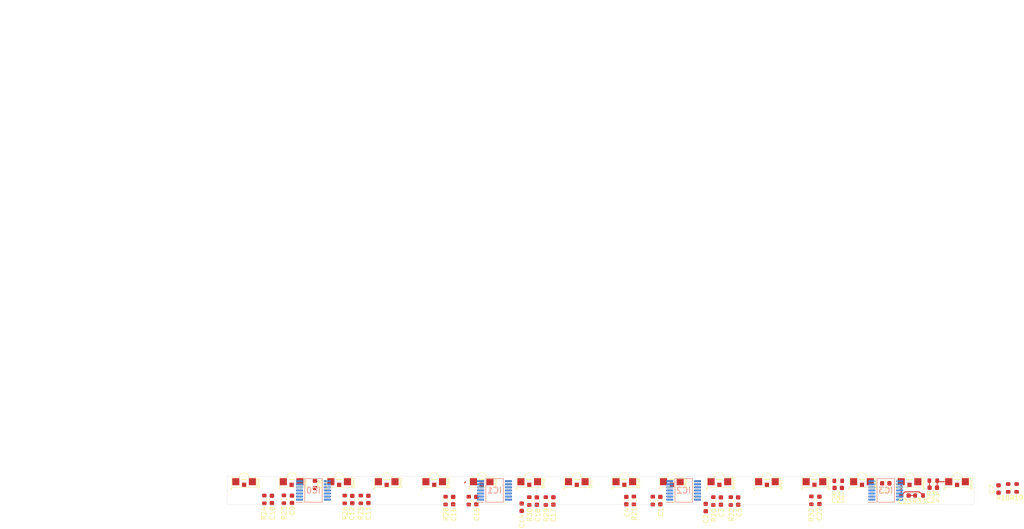
<source format=kicad_pcb>
(kicad_pcb (version 20241229) (generator "pcbnew") (generator_version "9.0")
  (layers (0 "F.Cu" signal) (4 "In1.Cu" signal) (6 "In2.Cu" signal) (2 "B.Cu" signal) (13 "F.Paste" user) (15 "B.Paste" user) (5 "F.SilkS" user "F.Silkscreen") (7 "B.SilkS" user "B.Silkscreen") (1 "F.Mask" user) (3 "B.Mask" user) (25 "Edge.Cuts" user))
  (net 0 "")
  (net 1 "Net-(DPht9-K)")
  (net 2 "/PHT_DAT_12")
  (net 3 "/NON_INVERTING_REF")
  (net 4 "GND")
  (net 5 "Net-(DPht10-K)")
  (net 6 "/PHT_DAT_15")
  (net 7 "/PHT_DAT_13")
  (net 8 "Net-(DPht8-K)")
  (net 9 "/PHT_DAT_14")
  (net 10 "Net-(DPht11-K)")
  (net 11 "/PHT_DAT_0")
  (net 12 "Net-(DPht1-K)")
  (net 13 "/PHT_DAT_1")
  (net 14 "Net-(DPht0-K)")
  (net 15 "Net-(DPht3-K)")
  (net 16 "/PHT_DAT_2")
  (net 17 "/PHT_DAT_3")
  (net 18 "Net-(DPht2-K)")
  (net 19 "Net-(DPht5-K)")
  (net 20 "/PHT_DAT_4")
  (net 21 "/PHT_DAT_5")
  (net 22 "Net-(DPht4-K)")
  (net 23 "/PHT_DAT_6")
  (net 24 "Net-(DPht7-K)")
  (net 25 "/PHT_DAT_7")
  (net 26 "Net-(DPht6-K)")
  (net 27 "/PHT_DAT_8")
  (net 28 "Net-(DPht13-K)")
  (net 29 "/PHT_DAT_9")
  (net 30 "Net-(DPht12-K)")
  (net 31 "/PHT_DAT_10")
  (net 32 "Net-(DPht15-K)")
  (net 33 "Net-(DPht14-K)")
  (net 48 "/3V3_RECV")
  (net 49 "Net-(IC2-OUTPUT_4)")
  (footprint "Samacsys:VEMD10940FX01" (layer "F.Cu") (at 79.678333 94.66 90)
    (property "Reference" "DPht1" (at -0.25 3.02 90) (layer "F.SilkS") (effects (font (size 0.5 0.5) (thickness 0.1))))
    (property "Value" "VEMD10940FX01" (hide yes))
    (pad "1" smd rect (at 0 -1.75 180) (size 1.5 1.5) (layers "F.Cu" "F.Mask" "F.Paste") (net 12 "Net-(DPht1-K)"))
    (pad "2" smd rect (at 0 1.75 180) (size 1.5 1.5) (layers "F.Cu" "F.Mask" "F.Paste") (net 4 "GND"))
    (pad "3" smd rect (at -0.65 0 180) (size 0.9 0.9) (layers "F.Cu" "F.Mask" "F.Paste"))
  )
  (footprint "Capacitor_SMD:C_0603_1608Metric" (layer "F.Cu") (at 92.51 98.435 90)
    (property "Reference" "C12" (at -2.975 -0.1 90) (layer "F.SilkS"))
    (property "Value" "5.1p" (hide yes))
    (pad "1" smd roundrect (at -0.775 0 90) (size 0.9 0.95) (layers "F.Cu" "F.Mask" "F.Paste") (net 17 "/PHT_DAT_3"))
    (pad "2" smd roundrect (at 0.775 0 90) (size 0.9 0.95) (layers "F.Cu" "F.Mask" "F.Paste") (net 15 "Net-(DPht3-K)"))
  )
  (footprint "Resistor_SMD:R_0603_1608Metric" (layer "F.Cu") (at 156.072 98.65 -90)
    (property "Reference" "R17" (hide yes))
    (property "Value" "750k" (hide yes))
    (pad "1" smd roundrect (at -0.825 0 270) (size 0.8 0.95) (layers "F.Cu" "F.Mask" "F.Paste") (net 27 "/PHT_DAT_8"))
    (pad "2" smd roundrect (at 0.825 0 270) (size 0.8 0.95) (layers "F.Cu" "F.Mask" "F.Paste") (net 8 "Net-(DPht8-K)"))
  )
  (footprint "Samacsys:VEMD10940FX01" (layer "F.Cu") (at 119.891667 94.66 90)
    (property "Reference" "DPht5" (at -0.35 3.05 90) (layer "F.SilkS") (effects (font (size 0.5 0.5) (thickness 0.1))))
    (property "Value" "VEMD10940FX01" (hide yes))
    (pad "1" smd rect (at 0 -1.75 180) (size 1.5 1.5) (layers "F.Cu" "F.Mask" "F.Paste") (net 19 "Net-(DPht5-K)"))
    (pad "2" smd rect (at 0 1.75 180) (size 1.5 1.5) (layers "F.Cu" "F.Mask" "F.Paste") (net 4 "GND"))
    (pad "3" smd rect (at -0.65 0 180) (size 0.9 0.9) (layers "F.Cu" "F.Mask" "F.Paste"))
  )
  (footprint "Samacsys:VEMD10940FX01" (layer "F.Cu") (at 150.051667 94.66 90)
    (property "Reference" "DPht8" (at -0.35 3.05 90) (layer "F.SilkS") (effects (font (size 0.5 0.5) (thickness 0.1))))
    (property "Value" "VEMD10940FX01" (hide yes))
    (pad "1" smd rect (at 0 -1.75 180) (size 1.5 1.5) (layers "F.Cu" "F.Mask" "F.Paste") (net 8 "Net-(DPht8-K)"))
    (pad "2" smd rect (at 0 1.75 180) (size 1.5 1.5) (layers "F.Cu" "F.Mask" "F.Paste") (net 4 "GND"))
    (pad "3" smd rect (at -0.65 0 180) (size 0.9 0.9) (layers "F.Cu" "F.Mask" "F.Paste"))
  )
  (footprint "Samacsys:VEMD10940FX01" (layer "F.Cu") (at 190.265 94.66 90)
    (property "Reference" "DPht12" (at -0.35 3.05 90) (layer "F.SilkS") (effects (font (size 0.5 0.5) (thickness 0.1))))
    (property "Value" "VEMD10940FX01" (hide yes))
    (pad "1" smd rect (at 0 -1.75 180) (size 1.5 1.5) (layers "F.Cu" "F.Mask" "F.Paste") (net 30 "Net-(DPht12-K)"))
    (pad "2" smd rect (at 0 1.75 180) (size 1.5 1.5) (layers "F.Cu" "F.Mask" "F.Paste") (net 4 "GND"))
    (pad "3" smd rect (at -0.65 0 180) (size 0.9 0.9) (layers "F.Cu" "F.Mask" "F.Paste"))
  )
  (footprint "Capacitor_SMD:C_0603_1608Metric" (layer "F.Cu") (at 215.4 95.925)
    (property "Reference" "C24" (at -0.1 2.675 0) (layer "F.SilkS"))
    (property "Value" "5.1p" (hide yes))
    (pad "1" smd roundrect (at -0.775 0) (size 0.9 0.95) (layers "F.Cu" "F.Mask" "F.Paste") (net 6 "/PHT_DAT_15"))
    (pad "2" smd roundrect (at 0.775 0) (size 0.9 0.95) (layers "F.Cu" "F.Mask" "F.Paste") (net 32 "Net-(DPht15-K)"))
  )
  (footprint "Samacsys:VEMD10940FX01" (layer "F.Cu") (at 99.785 94.66 90)
    (property "Reference" "DPht3" (at -0.25 3.01 90) (layer "F.SilkS") (effects (font (size 0.5 0.5) (thickness 0.1))))
    (property "Value" "VEMD10940FX01" (hide yes))
    (pad "1" smd rect (at 0 -1.75 180) (size 1.5 1.5) (layers "F.Cu" "F.Mask" "F.Paste") (net 15 "Net-(DPht3-K)"))
    (pad "2" smd rect (at 0 1.75 180) (size 1.5 1.5) (layers "F.Cu" "F.Mask" "F.Paste") (net 4 "GND"))
    (pad "3" smd rect (at -0.65 0 180) (size 0.9 0.9) (layers "F.Cu" "F.Mask" "F.Paste"))
  )
  (footprint "Resistor_SMD:R_0603_1608Metric" (layer "F.Cu") (at 172.572 98.75 90)
    (property "Reference" "R22" (at -2.9 0.16 90) (layer "F.SilkS"))
    (property "Value" "750k" (hide yes))
    (pad "1" smd roundrect (at -0.825 0 90) (size 0.8 0.95) (layers "F.Cu" "F.Mask" "F.Paste") (net 31 "/PHT_DAT_10"))
    (pad "2" smd roundrect (at 0.825 0 90) (size 0.8 0.95) (layers "F.Cu" "F.Mask" "F.Paste") (net 5 "Net-(DPht10-K)"))
  )
  (footprint "Samacsys:VEMD10940FX01" (layer "F.Cu") (at 210.371667 94.66 90)
    (property "Reference" "DPht14" (at -0.35 3.05 90) (layer "F.SilkS") (effects (font (size 0.5 0.5) (thickness 0.1))))
    (property "Value" "VEMD10940FX01" (hide yes))
    (pad "1" smd rect (at 0 -1.75 180) (size 1.5 1.5) (layers "F.Cu" "F.Mask" "F.Paste") (net 33 "Net-(DPht14-K)"))
    (pad "2" smd rect (at 0 1.75 180) (size 1.5 1.5) (layers "F.Cu" "F.Mask" "F.Paste") (net 4 "GND"))
    (pad "3" smd rect (at -0.65 0 180) (size 0.9 0.9) (layers "F.Cu" "F.Mask" "F.Paste"))
  )
  (footprint "Capacitor_SMD:C_0603_1608Metric" (layer "F.Cu") (at 95.91 98.41 -90)
    (property "Reference" "C11" (at 2.925 0 90) (layer "F.SilkS"))
    (property "Value" "5.1p" (hide yes))
    (pad "1" smd roundrect (at -0.775 0 270) (size 0.9 0.95) (layers "F.Cu" "F.Mask" "F.Paste") (net 18 "Net-(DPht2-K)"))
    (pad "2" smd roundrect (at 0.775 0 270) (size 0.9 0.95) (layers "F.Cu" "F.Mask" "F.Paste") (net 16 "/PHT_DAT_2"))
  )
  (footprint "Resistor_SMD:R_0603_1608Metric" (layer "F.Cu") (at 233.02 95.975 -90)
    (property "Reference" "R19" (at 2.1 0 0) (layer "F.SilkS"))
    (property "Value" "3.57k" (hide yes))
    (pad "1" smd roundrect (at -0.825 0 270) (size 0.8 0.95) (layers "F.Cu" "F.Mask" "F.Paste") (net 4 "GND"))
    (pad "2" smd roundrect (at 0.825 0 270) (size 0.8 0.95) (layers "F.Cu" "F.Mask" "F.Paste") (net 3 "/NON_INVERTING_REF"))
  )
  (footprint "Samacsys:VEMD10940FX01" (layer "F.Cu") (at 109.838333 94.66 90)
    (property "Reference" "DPht4" (at -0.35 3.05 90) (layer "F.SilkS") (effects (font (size 0.5 0.5) (thickness 0.1))))
    (property "Value" "VEMD10940FX01" (hide yes))
    (pad "1" smd rect (at 0 -1.75 180) (size 1.5 1.5) (layers "F.Cu" "F.Mask" "F.Paste") (net 22 "Net-(DPht4-K)"))
    (pad "2" smd rect (at 0 1.75 180) (size 1.5 1.5) (layers "F.Cu" "F.Mask" "F.Paste") (net 4 "GND"))
    (pad "3" smd rect (at -0.65 0 180) (size 0.9 0.9) (layers "F.Cu" "F.Mask" "F.Paste"))
  )
  (footprint "Samacsys:VEMD10940FX01" (layer "F.Cu") (at 160.105 94.66 90)
    (property "Reference" "DPht9" (at -0.35 3.05 90) (layer "F.SilkS") (effects (font (size 0.5 0.5) (thickness 0.1))))
    (property "Value" "VEMD10940FX01" (hide yes))
    (pad "1" smd rect (at 0 -1.75 180) (size 1.5 1.5) (layers "F.Cu" "F.Mask" "F.Paste") (net 1 "Net-(DPht9-K)"))
    (pad "2" smd rect (at 0 1.75 180) (size 1.5 1.5) (layers "F.Cu" "F.Mask" "F.Paste") (net 4 "GND"))
    (pad "3" smd rect (at -0.65 0 180) (size 0.9 0.9) (layers "F.Cu" "F.Mask" "F.Paste"))
  )
  (footprint "Capacitor_SMD:C_0603_1608Metric" (layer "F.Cu") (at 118.748 98.65 90)
    (property "Reference" "C15" (at -2.9 0.1 90) (layer "F.SilkS"))
    (property "Value" "5.1p" (hide yes))
    (pad "1" smd roundrect (at -0.775 0 90) (size 0.9 0.95) (layers "F.Cu" "F.Mask" "F.Paste") (net 22 "Net-(DPht4-K)"))
    (pad "2" smd roundrect (at 0.775 0 90) (size 0.9 0.95) (layers "F.Cu" "F.Mask" "F.Paste") (net 20 "/PHT_DAT_4"))
  )
  (footprint "Samacsys:VEMD10940FX01" (layer "F.Cu") (at 89.731667 94.66 90)
    (property "Reference" "DPht2" (at -0.25 3.065 90) (layer "F.SilkS") (effects (font (size 0.5 0.5) (thickness 0.1))))
    (property "Value" "VEMD10940FX01" (hide yes))
    (pad "1" smd rect (at 0 -1.75 180) (size 1.5 1.5) (layers "F.Cu" "F.Mask" "F.Paste") (net 18 "Net-(DPht2-K)"))
    (pad "2" smd rect (at 0 1.75 180) (size 1.5 1.5) (layers "F.Cu" "F.Mask" "F.Paste") (net 4 "GND"))
    (pad "3" smd rect (at -0.65 0 180) (size 0.9 0.9) (layers "F.Cu" "F.Mask" "F.Paste"))
  )
  (footprint "Resistor_SMD:R_0603_1608Metric" (layer "F.Cu") (at 133.448 98.75 90)
    (property "Reference" "R29" (at -2.975 0.1 90) (layer "F.SilkS"))
    (property "Value" "750k" (hide yes))
    (pad "1" smd roundrect (at -0.825 0 90) (size 0.8 0.95) (layers "F.Cu" "F.Mask" "F.Paste") (net 23 "/PHT_DAT_6"))
    (pad "2" smd roundrect (at 0.825 0 90) (size 0.8 0.95) (layers "F.Cu" "F.Mask" "F.Paste") (net 26 "Net-(DPht6-K)"))
  )
  (footprint "Capacitor_SMD:C_0603_1608Metric" (layer "F.Cu") (at 79.75 98.385 90)
    (property "Reference" "C9" (at -2.425 0.06 90) (layer "F.SilkS"))
    (property "Value" "5.1p" (hide yes))
    (pad "1" smd roundrect (at -0.775 0 90) (size 0.9 0.95) (layers "F.Cu" "F.Mask" "F.Paste") (net 14 "Net-(DPht0-K)"))
    (pad "2" smd roundrect (at 0.775 0 90) (size 0.9 0.95) (layers "F.Cu" "F.Mask" "F.Paste") (net 11 "/PHT_DAT_0"))
  )
  (footprint "Samacsys:VEMD10940FX01" (layer "F.Cu") (at 69.625 94.66 90)
    (property "Reference" "DPht0" (at -0.35 3.075 90) (layer "F.SilkS") (effects (font (size 0.5 0.5) (thickness 0.1))))
    (property "Value" "VEMD10940FX01" (hide yes))
    (pad "1" smd rect (at 0 -1.75 180) (size 1.5 1.5) (layers "F.Cu" "F.Mask" "F.Paste") (net 14 "Net-(DPht0-K)"))
    (pad "2" smd rect (at 0 1.75 180) (size 1.5 1.5) (layers "F.Cu" "F.Mask" "F.Paste") (net 4 "GND"))
    (pad "3" smd rect (at -0.65 0 180) (size 0.9 0.9) (layers "F.Cu" "F.Mask" "F.Paste"))
  )
  (footprint "Resistor_SMD:R_0603_1608Metric" (layer "F.Cu") (at 215.4 94.425 180)
    (property "Reference" "R34" (at 0.05 -2.875 0) (layer "F.SilkS"))
    (property "Value" "750k" (hide yes))
    (pad "1" smd roundrect (at -0.825 0 180) (size 0.8 0.95) (layers "F.Cu" "F.Mask" "F.Paste") (net 32 "Net-(DPht15-K)"))
    (pad "2" smd roundrect (at 0.825 0 180) (size 0.8 0.95) (layers "F.Cu" "F.Mask" "F.Paste") (net 6 "/PHT_DAT_15"))
  )
  (footprint "Samacsys:VEMD10940FX01" (layer "F.Cu") (at 200.318333 94.66 90)
    (property "Reference" "DPht13" (at -0.35 3.05 90) (layer "F.SilkS") (effects (font (size 0.5 0.5) (thickness 0.1))))
    (property "Value" "VEMD10940FX01" (hide yes))
    (pad "1" smd rect (at 0 -1.75 180) (size 1.5 1.5) (layers "F.Cu" "F.Mask" "F.Paste") (net 28 "Net-(DPht13-K)"))
    (pad "2" smd rect (at 0 1.75 180) (size 1.5 1.5) (layers "F.Cu" "F.Mask" "F.Paste") (net 4 "GND"))
    (pad "3" smd rect (at -0.65 0 180) (size 0.9 0.9) (layers "F.Cu" "F.Mask" "F.Paste"))
  )
  (footprint "Resistor_SMD:R_0603_1608Metric" (layer "F.Cu") (at 94.31 98.41 90)
    (property "Reference" "R25" (at -2.925 0 90) (layer "F.SilkS"))
    (property "Value" "750k" (hide yes))
    (pad "1" smd roundrect (at -0.825 0 90) (size 0.8 0.95) (layers "F.Cu" "F.Mask" "F.Paste") (net 16 "/PHT_DAT_2"))
    (pad "2" smd roundrect (at 0.825 0 90) (size 0.8 0.95) (layers "F.Cu" "F.Mask" "F.Paste") (net 18 "Net-(DPht2-K)"))
  )
  (footprint "Resistor_SMD:R_0603_1608Metric" (layer "F.Cu") (at 117.148 98.65 -90)
    (property "Reference" "R27" (hide yes))
    (property "Value" "750k" (hide yes))
    (pad "1" smd roundrect (at -0.825 0 270) (size 0.8 0.95) (layers "F.Cu" "F.Mask" "F.Paste") (net 20 "/PHT_DAT_4"))
    (pad "2" smd roundrect (at 0.825 0 270) (size 0.8 0.95) (layers "F.Cu" "F.Mask" "F.Paste") (net 22 "Net-(DPht4-K)"))
  )
  (footprint "Capacitor_SMD:C_0603_1608Metric" (layer "F.Cu") (at 195.3 95.975)
    (property "Reference" "C21" (at 0 2.6 0) (layer "F.SilkS"))
    (property "Value" "5.1p" (hide yes))
    (pad "1" smd roundrect (at -0.775 0) (size 0.9 0.95) (layers "F.Cu" "F.Mask" "F.Paste") (net 30 "Net-(DPht12-K)"))
    (pad "2" smd roundrect (at 0.775 0) (size 0.9 0.95) (layers "F.Cu" "F.Mask" "F.Paste") (net 2 "/PHT_DAT_12"))
  )
  (footprint "Capacitor_SMD:C_0603_1608Metric" (layer "F.Cu") (at 209.4 97.575)
    (property "Reference" "C23" (at -0.015 1.26 0) (layer "F.SilkS"))
    (property "Value" "5.1p" (hide yes))
    (pad "1" smd roundrect (at -0.775 0) (size 0.9 0.95) (layers "F.Cu" "F.Mask" "F.Paste") (net 33 "Net-(DPht14-K)"))
    (pad "2" smd roundrect (at 0.775 0) (size 0.9 0.95) (layers "F.Cu" "F.Mask" "F.Paste") (net 9 "/PHT_DAT_14"))
  )
  (footprint "Resistor_SMD:R_0603_1608Metric" (layer "F.Cu") (at 212.4 97.575)
    (property "Reference" "R33" (at 0.035 1.235 0) (layer "F.SilkS"))
    (property "Value" "750k" (hide yes))
    (pad "1" smd roundrect (at -0.825 0) (size 0.8 0.95) (layers "F.Cu" "F.Mask" "F.Paste") (net 9 "/PHT_DAT_14"))
    (pad "2" smd roundrect (at 0.825 0) (size 0.8 0.95) (layers "F.Cu" "F.Mask" "F.Paste") (net 33 "Net-(DPht14-K)"))
  )
  (footprint "Capacitor_SMD:C_0603_1608Metric" (layer "F.Cu") (at 75.51 98.41 90)
    (property "Reference" "C10" (at -2.925 0.1 90) (layer "F.SilkS"))
    (property "Value" "5.1p" (hide yes))
    (pad "1" smd roundrect (at -0.775 0 90) (size 0.9 0.95) (layers "F.Cu" "F.Mask" "F.Paste") (net 13 "/PHT_DAT_1"))
    (pad "2" smd roundrect (at 0.775 0 90) (size 0.9 0.95) (layers "F.Cu" "F.Mask" "F.Paste") (net 12 "Net-(DPht1-K)"))
  )
  (footprint "Capacitor_SMD:C_0603_1608Metric" (layer "F.Cu") (at 150.472 98.65 90)
    (property "Reference" "C4" (at -2.5 0.1 90) (layer "F.SilkS"))
    (property "Value" "5.1p" (hide yes))
    (pad "1" smd roundrect (at -0.775 0 90) (size 0.9 0.95) (layers "F.Cu" "F.Mask" "F.Paste") (net 29 "/PHT_DAT_9"))
    (pad "2" smd roundrect (at 0.775 0 90) (size 0.9 0.95) (layers "F.Cu" "F.Mask" "F.Paste") (net 1 "Net-(DPht9-K)"))
  )
  (footprint "Capacitor_SMD:C_0603_1608Metric" (layer "F.Cu") (at 128.348 100.05 90)
    (property "Reference" "C14" (at -3 0 90) (layer "F.SilkS"))
    (property "Value" "1u" (hide yes))
    (pad "1" smd roundrect (at -0.775 0 90) (size 0.9 0.95) (layers "F.Cu" "F.Mask" "F.Paste") (net 3 "/NON_INVERTING_REF"))
    (pad "2" smd roundrect (at 0.775 0 90) (size 0.9 0.95) (layers "F.Cu" "F.Mask" "F.Paste") (net 4 "GND"))
  )
  (footprint "Capacitor_SMD:C_0603_1608Metric" (layer "F.Cu") (at 84.625 95.225 90)
    (property "Reference" "C8" (at 0.025 1.15 90) (layer "F.SilkS"))
    (property "Value" "1u" (hide yes))
    (pad "1" smd roundrect (at -0.775 0 90) (size 0.9 0.95) (layers "F.Cu" "F.Mask" "F.Paste") (net 3 "/NON_INVERTING_REF"))
    (pad "2" smd roundrect (at 0.775 0 90) (size 0.9 0.95) (layers "F.Cu" "F.Mask" "F.Paste") (net 4 "GND"))
  )
  (footprint "Capacitor_SMD:C_0603_1608Metric" (layer "F.Cu") (at 191.31 98.6 90)
    (property "Reference" "C22" (at -2.9 0 90) (layer "F.SilkS"))
    (property "Value" "5.1p" (hide yes))
    (pad "1" smd roundrect (at -0.775 0 90) (size 0.9 0.95) (layers "F.Cu" "F.Mask" "F.Paste") (net 7 "/PHT_DAT_13"))
    (pad "2" smd roundrect (at 0.775 0 90) (size 0.9 0.95) (layers "F.Cu" "F.Mask" "F.Paste") (net 28 "Net-(DPht13-K)"))
  )
  (footprint "Capacitor_SMD:C_0603_1608Metric" (layer "F.Cu") (at 135.048 98.725 -90)
    (property "Reference" "C17" (at 3 0 90) (layer "F.SilkS"))
    (property "Value" "5.1p" (hide yes))
    (pad "1" smd roundrect (at -0.775 0 270) (size 0.9 0.95) (layers "F.Cu" "F.Mask" "F.Paste") (net 26 "Net-(DPht6-K)"))
    (pad "2" smd roundrect (at 0.775 0 270) (size 0.9 0.95) (layers "F.Cu" "F.Mask" "F.Paste") (net 23 "/PHT_DAT_6"))
  )
  (footprint "Resistor_SMD:R_0603_1608Metric" (layer "F.Cu") (at 189.61 98.6 -90)
    (property "Reference" "R32" (at 3.1 0 90) (layer "F.SilkS"))
    (property "Value" "750k" (hide yes))
    (pad "1" smd roundrect (at -0.825 0 270) (size 0.8 0.95) (layers "F.Cu" "F.Mask" "F.Paste") (net 28 "Net-(DPht13-K)"))
    (pad "2" smd roundrect (at 0.825 0 270) (size 0.8 0.95) (layers "F.Cu" "F.Mask" "F.Paste") (net 7 "/PHT_DAT_13"))
  )
  (footprint "Resistor_SMD:R_0603_1608Metric" (layer "F.Cu") (at 78.05 98.385 -90)
    (property "Reference" "R23" (at 2.925 -0.06 90) (layer "F.SilkS"))
    (property "Value" "750k" (hide yes))
    (pad "1" smd roundrect (at -0.825 0 270) (size 0.8 0.95) (layers "F.Cu" "F.Mask" "F.Paste") (net 11 "/PHT_DAT_0"))
    (pad "2" smd roundrect (at 0.825 0 270) (size 0.8 0.95) (layers "F.Cu" "F.Mask" "F.Paste") (net 14 "Net-(DPht0-K)"))
  )
  (footprint "Samacsys:VEMD10940FX01" (layer "F.Cu") (at 129.945 94.66 90)
    (property "Reference" "DPht6" (at -0.35 3.05 90) (layer "F.SilkS") (effects (font (size 0.5 0.5) (thickness 0.1))))
    (property "Value" "VEMD10940FX01" (hide yes))
    (pad "1" smd rect (at 0 -1.75 180) (size 1.5 1.5) (layers "F.Cu" "F.Mask" "F.Paste") (net 26 "Net-(DPht6-K)"))
    (pad "2" smd rect (at 0 1.75 180) (size 1.5 1.5) (layers "F.Cu" "F.Mask" "F.Paste") (net 4 "GND"))
    (pad "3" smd rect (at -0.65 0 180) (size 0.9 0.9) (layers "F.Cu" "F.Mask" "F.Paste"))
  )
  (footprint "Capacitor_SMD:C_0603_1608Metric" (layer "F.Cu") (at 205.35 95 180)
    (property "Reference" "C20" (at -0.025 -1.425 0) (layer "F.SilkS"))
    (property "Value" "1u" (hide yes))
    (pad "1" smd roundrect (at -0.775 0 180) (size 0.9 0.95) (layers "F.Cu" "F.Mask" "F.Paste") (net 3 "/NON_INVERTING_REF"))
    (pad "2" smd roundrect (at 0.775 0 180) (size 0.9 0.95) (layers "F.Cu" "F.Mask" "F.Paste") (net 4 "GND"))
  )
  (footprint "Resistor_SMD:R_0603_1608Metric" (layer "F.Cu") (at 73.91 98.41 -90)
    (property "Reference" "R24" (at 2.925 0.1 90) (layer "F.SilkS"))
    (property "Value" "750k" (hide yes))
    (pad "1" smd roundrect (at -0.825 0 270) (size 0.8 0.95) (layers "F.Cu" "F.Mask" "F.Paste") (net 12 "Net-(DPht1-K)"))
    (pad "2" smd roundrect (at 0.825 0 270) (size 0.8 0.95) (layers "F.Cu" "F.Mask" "F.Paste") (net 13 "/PHT_DAT_1"))
  )
  (footprint "Samacsys:VEMD10940FX01" (layer "F.Cu") (at 220.425 94.66 90)
    (property "Reference" "DPht15" (at -0.35 3.05 90) (layer "F.SilkS") (effects (font (size 0.5 0.5) (thickness 0.1))))
    (property "Value" "VEMD10940FX01" (hide yes))
    (pad "1" smd rect (at 0 -1.75 180) (size 1.5 1.5) (layers "F.Cu" "F.Mask" "F.Paste") (net 32 "Net-(DPht15-K)"))
    (pad "2" smd rect (at 0 1.75 180) (size 1.5 1.5) (layers "F.Cu" "F.Mask" "F.Paste") (net 4 "GND"))
    (pad "3" smd rect (at -0.65 0 180) (size 0.9 0.9) (layers "F.Cu" "F.Mask" "F.Paste"))
  )
  (footprint "Resistor_SMD:R_0603_1608Metric" (layer "F.Cu") (at 112.248 98.65 -90)
    (property "Reference" "R28" (at 2.875 -0.1 90) (layer "F.SilkS"))
    (property "Value" "750k" (hide yes))
    (pad "1" smd roundrect (at -0.825 0 270) (size 0.8 0.95) (layers "F.Cu" "F.Mask" "F.Paste") (net 19 "Net-(DPht5-K)"))
    (pad "2" smd roundrect (at 0.825 0 270) (size 0.8 0.95) (layers "F.Cu" "F.Mask" "F.Paste") (net 21 "/PHT_DAT_5"))
  )
  (footprint "Resistor_SMD:R_0603_1608Metric" (layer "F.Cu") (at 168.872 98.75 90)
    (property "Reference" "R20" (at -3.025 0.1 90) (layer "F.SilkS"))
    (property "Value" "750k" (hide yes))
    (pad "1" smd roundrect (at -0.825 0 90) (size 0.8 0.95) (layers "F.Cu" "F.Mask" "F.Paste") (net 10 "Net-(DPht11-K)"))
    (pad "2" smd roundrect (at 0.825 0 90) (size 0.8 0.95) (layers "F.Cu" "F.Mask" "F.Paste") (net 49 "Net-(IC2-OUTPUT_4)"))
  )
  (footprint "Capacitor_SMD:C_0603_1608Metric" (layer "F.Cu") (at 167.272 100.125 90)
    (property "Reference" "C2" (at -2.425 0 90) (layer "F.SilkS"))
    (property "Value" "1u" (hide yes))
    (pad "1" smd roundrect (at -0.775 0 90) (size 0.9 0.95) (layers "F.Cu" "F.Mask" "F.Paste") (net 3 "/NON_INVERTING_REF"))
    (pad "2" smd roundrect (at 0.775 0 90) (size 0.9 0.95) (layers "F.Cu" "F.Mask" "F.Paste") (net 4 "GND"))
  )
  (footprint "Samacsys:VEMD10940FX01" (layer "F.Cu") (at 180.211667 94.66 90)
    (property "Reference" "DPht11" (at -0.35 3.05 90) (layer "F.SilkS") (effects (font (size 0.5 0.5) (thickness 0.1))))
    (property "Value" "VEMD10940FX01" (hide yes))
    (pad "1" smd rect (at 0 -1.75 180) (size 1.5 1.5) (layers "F.Cu" "F.Mask" "F.Paste") (net 10 "Net-(DPht11-K)"))
    (pad "2" smd rect (at 0 1.75 180) (size 1.5 1.5) (layers "F.Cu" "F.Mask" "F.Paste") (net 4 "GND"))
    (pad "3" smd rect (at -0.65 0 180) (size 0.9 0.9) (layers "F.Cu" "F.Mask" "F.Paste"))
  )
  (footprint "Capacitor_SMD:C_0603_1608Metric" (layer "F.Cu") (at 170.472 98.75 -90)
    (property "Reference" "C3" (at 2.5 -0.1 90) (layer "F.SilkS"))
    (property "Value" "5.1p" (hide yes))
    (pad "1" smd roundrect (at -0.775 0 270) (size 0.9 0.95) (layers "F.Cu" "F.Mask" "F.Paste") (net 49 "Net-(IC2-OUTPUT_4)"))
    (pad "2" smd roundrect (at 0.775 0 270) (size 0.9 0.95) (layers "F.Cu" "F.Mask" "F.Paste") (net 10 "Net-(DPht11-K)"))
  )
  (footprint "Capacitor_SMD:C_0603_1608Metric" (layer "F.Cu") (at 113.848 98.65 90)
    (property "Reference" "C16" (at -2.925 0.1 90) (layer "F.SilkS"))
    (property "Value" "5.1p" (hide yes))
    (pad "1" smd roundrect (at -0.775 0 90) (size 0.9 0.95) (layers "F.Cu" "F.Mask" "F.Paste") (net 21 "/PHT_DAT_5"))
    (pad "2" smd roundrect (at 0.775 0 90) (size 0.9 0.95) (layers "F.Cu" "F.Mask" "F.Paste") (net 19 "Net-(DPht5-K)"))
  )
  (footprint "Resistor_SMD:R_0603_1608Metric" (layer "F.Cu") (at 129.948 98.75 90)
    (property "Reference" "R30" (at -2.9 0.1 90) (layer "F.SilkS"))
    (property "Value" "750k" (hide yes))
    (pad "1" smd roundrect (at -0.825 0 90) (size 0.8 0.95) (layers "F.Cu" "F.Mask" "F.Paste") (net 24 "Net-(DPht7-K)"))
    (pad "2" smd roundrect (at 0.825 0 90) (size 0.8 0.95) (layers "F.Cu" "F.Mask" "F.Paste") (net 25 "/PHT_DAT_7"))
  )
  (footprint "Capacitor_SMD:C_0603_1608Metric" (layer "F.Cu") (at 174.132 98.75 -90)
    (property "Reference" "C5" (at 2.4 -0.2 90) (layer "F.SilkS"))
    (property "Value" "5.1p" (hide yes))
    (pad "1" smd roundrect (at -0.775 0 270) (size 0.9 0.95) (layers "F.Cu" "F.Mask" "F.Paste") (net 5 "Net-(DPht10-K)"))
    (pad "2" smd roundrect (at 0.775 0 270) (size 0.9 0.95) (layers "F.Cu" "F.Mask" "F.Paste") (net 31 "/PHT_DAT_10"))
  )
  (footprint "Capacitor_SMD:C_0603_1608Metric" (layer "F.Cu") (at 131.548 98.75 -90)
    (property "Reference" "C18" (at 3 -0.2 90) (layer "F.SilkS"))
    (property "Value" "5.1p" (hide yes))
    (pad "1" smd roundrect (at -0.775 0 270) (size 0.9 0.95) (layers "F.Cu" "F.Mask" "F.Paste") (net 25 "/PHT_DAT_7"))
    (pad "2" smd roundrect (at 0.775 0 270) (size 0.9 0.95) (layers "F.Cu" "F.Mask" "F.Paste") (net 24 "Net-(DPht7-K)"))
  )
  (footprint "Resistor_SMD:R_0603_1608Metric" (layer "F.Cu") (at 231.25 95.975 90)
    (property "Reference" "R18" (at -2.1 -1.1 0) (layer "F.SilkS"))
    (property "Value" "115k" (hide yes))
    (pad "1" smd roundrect (at -0.825 0 90) (size 0.8 0.95) (layers "F.Cu" "F.Mask" "F.Paste") (net 3 "/NON_INVERTING_REF"))
    (pad "2" smd roundrect (at 0.825 0 90) (size 0.8 0.95) (layers "F.Cu" "F.Mask" "F.Paste") (net 48 "/3V3_RECV"))
  )
  (footprint "Capacitor_SMD:C_0603_1608Metric" (layer "F.Cu") (at 229.2 96.2 -90)
    (property "Reference" "C7" (at 0.025 1.4 90) (layer "F.SilkS"))
    (property "Value" "1u" (hide yes))
    (pad "1" smd roundrect (at -0.775 0 270) (size 0.9 0.95) (layers "F.Cu" "F.Mask" "F.Paste") (net 4 "GND"))
    (pad "2" smd roundrect (at 0.775 0 270) (size 0.9 0.95) (layers "F.Cu" "F.Mask" "F.Paste") (net 3 "/NON_INVERTING_REF"))
  )
  (footprint "Resistor_SMD:R_0603_1608Metric" (layer "F.Cu") (at 152.072 98.625 -90)
    (property "Reference" "R21" (at 2.825 -0.1 90) (layer "F.SilkS"))
    (property "Value" "750k" (hide yes))
    (pad "1" smd roundrect (at -0.825 0 270) (size 0.8 0.95) (layers "F.Cu" "F.Mask" "F.Paste") (net 1 "Net-(DPht9-K)"))
    (pad "2" smd roundrect (at 0.825 0 270) (size 0.8 0.95) (layers "F.Cu" "F.Mask" "F.Paste") (net 29 "/PHT_DAT_9"))
  )
  (footprint "Samacsys:VEMD10940FX01" (layer "F.Cu") (at 139.998333 94.66 90)
    (property "Reference" "DPht7" (at -0.35 3.05 90) (layer "F.SilkS") (effects (font (size 0.5 0.5) (thickness 0.1))))
    (property "Value" "VEMD10940FX01" (hide yes))
    (pad "1" smd rect (at 0 -1.75 180) (size 1.5 1.5) (layers "F.Cu" "F.Mask" "F.Paste") (net 24 "Net-(DPht7-K)"))
    (pad "2" smd rect (at 0 1.75 180) (size 1.5 1.5) (layers "F.Cu" "F.Mask" "F.Paste") (net 4 "GND"))
    (pad "3" smd rect (at -0.65 0 180) (size 0.9 0.9) (layers "F.Cu" "F.Mask" "F.Paste"))
  )
  (footprint "Samacsys:VEMD10940FX01" (layer "F.Cu") (at 170.158333 94.66 90)
    (property "Reference" "DPht10" (at -0.35 3.05 90) (layer "F.SilkS") (effects (font (size 0.5 0.5) (thickness 0.1))))
    (property "Value" "VEMD10940FX01" (hide yes))
    (pad "1" smd rect (at 0 -1.75 180) (size 1.5 1.5) (layers "F.Cu" "F.Mask" "F.Paste") (net 5 "Net-(DPht10-K)"))
    (pad "2" smd rect (at 0 1.75 180) (size 1.5 1.5) (layers "F.Cu" "F.Mask" "F.Paste") (net 4 "GND"))
    (pad "3" smd rect (at -0.65 0 180) (size 0.9 0.9) (layers "F.Cu" "F.Mask" "F.Paste"))
  )
  (footprint "Resistor_SMD:R_0603_1608Metric" (layer "F.Cu") (at 90.91 98.41 -90)
    (property "Reference" "R26" (at 2.9 -0.1 90) (layer "F.SilkS"))
    (property "Value" "750k" (hide yes))
    (pad "1" smd roundrect (at -0.825 0 270) (size 0.8 0.95) (layers "F.Cu" "F.Mask" "F.Paste") (net 15 "Net-(DPht3-K)"))
    (pad "2" smd roundrect (at 0.825 0 270) (size 0.8 0.95) (layers "F.Cu" "F.Mask" "F.Paste") (net 17 "/PHT_DAT_3"))
  )
  (footprint "Capacitor_SMD:C_0603_1608Metric" (layer "F.Cu") (at 157.672 98.65 90)
    (property "Reference" "C1" (at -2.4 0.1 90) (layer "F.SilkS"))
    (property "Value" "5.1p" (hide yes))
    (pad "1" smd roundrect (at -0.775 0 90) (size 0.9 0.95) (layers "F.Cu" "F.Mask" "F.Paste") (net 8 "Net-(DPht8-K)"))
    (pad "2" smd roundrect (at 0.775 0 90) (size 0.9 0.95) (layers "F.Cu" "F.Mask" "F.Paste") (net 27 "/PHT_DAT_8"))
  )
  (footprint "Resistor_SMD:R_0603_1608Metric" (layer "F.Cu") (at 195.3 94.475 180)
    (property "Reference" "R31" (at -0.05 -2.9 0) (layer "F.SilkS"))
    (property "Value" "750k" (hide yes))
    (pad "1" smd roundrect (at -0.825 0 180) (size 0.8 0.95) (layers "F.Cu" "F.Mask" "F.Paste") (net 2 "/PHT_DAT_12"))
    (pad "2" smd roundrect (at 0.825 0 180) (size 0.8 0.95) (layers "F.Cu" "F.Mask" "F.Paste") (net 30 "Net-(DPht12-K)"))
  )
  (footprint "Samacsys:SOP65P640X120-14N" (layer "B.Cu") (at 205.35 96.5)
    (property "Reference" "IC3" (at 0 0 0) (layer "B.SilkS") (effects (font (size 1.27 1.27) (thickness 0.254)) (justify mirror)))
    (property "Value" "LM324PT" (hide yes))
    (pad "1" smd rect (at -2.938 1.95 270) (size 0.45 1.475) (layers "B.Cu" "B.Mask" "B.Paste") (net 2 "/PHT_DAT_12"))
    (pad "2" smd rect (at -2.938 1.3 270) (size 0.45 1.475) (layers "B.Cu" "B.Mask" "B.Paste") (net 30 "Net-(DPht12-K)"))
    (pad "3" smd rect (at -2.938 0.65 270) (size 0.45 1.475) (layers "B.Cu" "B.Mask" "B.Paste") (net 3 "/NON_INVERTING_REF"))
    (pad "4" smd rect (at -2.938 0 270) (size 0.45 1.475) (layers "B.Cu" "B.Mask" "B.Paste") (net 48 "/3V3_RECV"))
    (pad "5" smd rect (at -2.938 -0.65 270) (size 0.45 1.475) (layers "B.Cu" "B.Mask" "B.Paste") (net 3 "/NON_INVERTING_REF"))
    (pad "6" smd rect (at -2.938 -1.3 270) (size 0.45 1.475) (layers "B.Cu" "B.Mask" "B.Paste") (net 28 "Net-(DPht13-K)"))
    (pad "7" smd rect (at -2.938 -1.95 270) (size 0.45 1.475) (layers "B.Cu" "B.Mask" "B.Paste") (net 7 "/PHT_DAT_13"))
    (pad "8" smd rect (at 2.938 -1.95 270) (size 0.45 1.475) (layers "B.Cu" "B.Mask" "B.Paste") (net 9 "/PHT_DAT_14"))
    (pad "9" smd rect (at 2.938 -1.3 270) (size 0.45 1.475) (layers "B.Cu" "B.Mask" "B.Paste") (net 33 "Net-(DPht14-K)"))
    (pad "10" smd rect (at 2.938 -0.65 270) (size 0.45 1.475) (layers "B.Cu" "B.Mask" "B.Paste") (net 3 "/NON_INVERTING_REF"))
    (pad "11" smd rect (at 2.938 0 270) (size 0.45 1.475) (layers "B.Cu" "B.Mask" "B.Paste") (net 4 "GND"))
    (pad "12" smd rect (at 2.938 0.65 270) (size 0.45 1.475) (layers "B.Cu" "B.Mask" "B.Paste") (net 3 "/NON_INVERTING_REF"))
    (pad "13" smd rect (at 2.938 1.3 270) (size 0.45 1.475) (layers "B.Cu" "B.Mask" "B.Paste") (net 32 "Net-(DPht15-K)"))
    (pad "14" smd rect (at 2.938 1.95 270) (size 0.45 1.475) (layers "B.Cu" "B.Mask" "B.Paste") (net 6 "/PHT_DAT_15"))
  )
  (footprint "Samacsys:SOP65P640X120-14N" (layer "B.Cu") (at 84.3 96.5)
    (property "Reference" "IC0" (at 0 0 0) (layer "B.SilkS") (effects (font (size 1.27 1.27) (thickness 0.254)) (justify mirror)))
    (property "Value" "LM324PT" (hide yes))
    (pad "1" smd rect (at -2.938 1.95 270) (size 0.45 1.475) (layers "B.Cu" "B.Mask" "B.Paste") (net 11 "/PHT_DAT_0"))
    (pad "2" smd rect (at -2.938 1.3 270) (size 0.45 1.475) (layers "B.Cu" "B.Mask" "B.Paste") (net 14 "Net-(DPht0-K)"))
    (pad "3" smd rect (at -2.938 0.65 270) (size 0.45 1.475) (layers "B.Cu" "B.Mask" "B.Paste") (net 3 "/NON_INVERTING_REF"))
    (pad "4" smd rect (at -2.938 0 270) (size 0.45 1.475) (layers "B.Cu" "B.Mask" "B.Paste") (net 48 "/3V3_RECV"))
    (pad "5" smd rect (at -2.938 -0.65 270) (size 0.45 1.475) (layers "B.Cu" "B.Mask" "B.Paste") (net 3 "/NON_INVERTING_REF"))
    (pad "6" smd rect (at -2.938 -1.3 270) (size 0.45 1.475) (layers "B.Cu" "B.Mask" "B.Paste") (net 12 "Net-(DPht1-K)"))
    (pad "7" smd rect (at -2.938 -1.95 270) (size 0.45 1.475) (layers "B.Cu" "B.Mask" "B.Paste") (net 13 "/PHT_DAT_1"))
    (pad "8" smd rect (at 2.938 -1.95 270) (size 0.45 1.475) (layers "B.Cu" "B.Mask" "B.Paste") (net 16 "/PHT_DAT_2"))
    (pad "9" smd rect (at 2.938 -1.3 270) (size 0.45 1.475) (layers "B.Cu" "B.Mask" "B.Paste") (net 18 "Net-(DPht2-K)"))
    (pad "10" smd rect (at 2.938 -0.65 270) (size 0.45 1.475) (layers "B.Cu" "B.Mask" "B.Paste") (net 3 "/NON_INVERTING_REF"))
    (pad "11" smd rect (at 2.938 0 270) (size 0.45 1.475) (layers "B.Cu" "B.Mask" "B.Paste") (net 4 "GND"))
    (pad "12" smd rect (at 2.938 0.65 270) (size 0.45 1.475) (layers "B.Cu" "B.Mask" "B.Paste") (net 3 "/NON_INVERTING_REF"))
    (pad "13" smd rect (at 2.938 1.3 270) (size 0.45 1.475) (layers "B.Cu" "B.Mask" "B.Paste") (net 15 "Net-(DPht3-K)"))
    (pad "14" smd rect (at 2.938 1.95 270) (size 0.45 1.475) (layers "B.Cu" "B.Mask" "B.Paste") (net 17 "/PHT_DAT_3"))
  )
  (footprint "Samacsys:SOP65P640X120-14N" (layer "B.Cu") (at 162.6 96.5)
    (property "Reference" "IC2" (at 0 0 0) (layer "B.SilkS") (effects (font (size 1.27 1.27) (thickness 0.254)) (justify mirror)))
    (property "Value" "LM324PT" (hide yes))
    (pad "1" smd rect (at -2.938 1.95 270) (size 0.45 1.475) (layers "B.Cu" "B.Mask" "B.Paste") (net 27 "/PHT_DAT_8"))
    (pad "2" smd rect (at -2.938 1.3 270) (size 0.45 1.475) (layers "B.Cu" "B.Mask" "B.Paste") (net 8 "Net-(DPht8-K)"))
    (pad "3" smd rect (at -2.938 0.65 270) (size 0.45 1.475) (layers "B.Cu" "B.Mask" "B.Paste") (net 3 "/NON_INVERTING_REF"))
    (pad "4" smd rect (at -2.938 0 270) (size 0.45 1.475) (layers "B.Cu" "B.Mask" "B.Paste") (net 48 "/3V3_RECV"))
    (pad "5" smd rect (at -2.938 -0.65 270) (size 0.45 1.475) (layers "B.Cu" "B.Mask" "B.Paste") (net 3 "/NON_INVERTING_REF"))
    (pad "6" smd rect (at -2.938 -1.3 270) (size 0.45 1.475) (layers "B.Cu" "B.Mask" "B.Paste") (net 1 "Net-(DPht9-K)"))
    (pad "7" smd rect (at -2.938 -1.95 270) (size 0.45 1.475) (layers "B.Cu" "B.Mask" "B.Paste") (net 29 "/PHT_DAT_9"))
    (pad "8" smd rect (at 2.938 -1.95 270) (size 0.45 1.475) (layers "B.Cu" "B.Mask" "B.Paste") (net 31 "/PHT_DAT_10"))
    (pad "9" smd rect (at 2.938 -1.3 270) (size 0.45 1.475) (layers "B.Cu" "B.Mask" "B.Paste") (net 5 "Net-(DPht10-K)"))
    (pad "10" smd rect (at 2.938 -0.65 270) (size 0.45 1.475) (layers "B.Cu" "B.Mask" "B.Paste") (net 3 "/NON_INVERTING_REF"))
    (pad "11" smd rect (at 2.938 0 270) (size 0.45 1.475) (layers "B.Cu" "B.Mask" "B.Paste") (net 4 "GND"))
    (pad "12" smd rect (at 2.938 0.65 270) (size 0.45 1.475) (layers "B.Cu" "B.Mask" "B.Paste") (net 3 "/NON_INVERTING_REF"))
    (pad "13" smd rect (at 2.938 1.3 270) (size 0.45 1.475) (layers "B.Cu" "B.Mask" "B.Paste") (net 10 "Net-(DPht11-K)"))
    (pad "14" smd rect (at 2.938 1.95 270) (size 0.45 1.475) (layers "B.Cu" "B.Mask" "B.Paste") (net 49 "Net-(IC2-OUTPUT_4)"))
  )
  (footprint "Samacsys:SOP65P640X120-14N" (layer "B.Cu") (at 122.6 96.5)
    (property "Reference" "IC1" (at 0 0 0) (layer "B.SilkS") (effects (font (size 1.27 1.27) (thickness 0.254)) (justify mirror)))
    (property "Value" "LM324PT" (hide yes))
    (pad "1" smd rect (at -2.938 1.95 270) (size 0.45 1.475) (layers "B.Cu" "B.Mask" "B.Paste") (net 20 "/PHT_DAT_4"))
    (pad "2" smd rect (at -2.938 1.3 270) (size 0.45 1.475) (layers "B.Cu" "B.Mask" "B.Paste") (net 22 "Net-(DPht4-K)"))
    (pad "3" smd rect (at -2.938 0.65 270) (size 0.45 1.475) (layers "B.Cu" "B.Mask" "B.Paste") (net 3 "/NON_INVERTING_REF"))
    (pad "4" smd rect (at -2.938 0 270) (size 0.45 1.475) (layers "B.Cu" "B.Mask" "B.Paste") (net 48 "/3V3_RECV"))
    (pad "5" smd rect (at -2.938 -0.65 270) (size 0.45 1.475) (layers "B.Cu" "B.Mask" "B.Paste") (net 3 "/NON_INVERTING_REF"))
    (pad "6" smd rect (at -2.938 -1.3 270) (size 0.45 1.475) (layers "B.Cu" "B.Mask" "B.Paste") (net 19 "Net-(DPht5-K)"))
    (pad "7" smd rect (at -2.938 -1.95 270) (size 0.45 1.475) (layers "B.Cu" "B.Mask" "B.Paste") (net 21 "/PHT_DAT_5"))
    (pad "8" smd rect (at 2.938 -1.95 270) (size 0.45 1.475) (layers "B.Cu" "B.Mask" "B.Paste") (net 23 "/PHT_DAT_6"))
    (pad "9" smd rect (at 2.938 -1.3 270) (size 0.45 1.475) (layers "B.Cu" "B.Mask" "B.Paste") (net 26 "Net-(DPht6-K)"))
    (pad "10" smd rect (at 2.938 -0.65 270) (size 0.45 1.475) (layers "B.Cu" "B.Mask" "B.Paste") (net 3 "/NON_INVERTING_REF"))
    (pad "11" smd rect (at 2.938 0 270) (size 0.45 1.475) (layers "B.Cu" "B.Mask" "B.Paste") (net 4 "GND"))
    (pad "12" smd rect (at 2.938 0.65 270) (size 0.45 1.475) (layers "B.Cu" "B.Mask" "B.Paste") (net 3 "/NON_INVERTING_REF"))
    (pad "13" smd rect (at 2.938 1.3 270) (size 0.45 1.475) (layers "B.Cu" "B.Mask" "B.Paste") (net 24 "Net-(DPht7-K)"))
    (pad "14" smd rect (at 2.938 1.95 270) (size 0.45 1.475) (layers "B.Cu" "B.Mask" "B.Paste") (net 25 "/PHT_DAT_7"))
  )
  (gr_rect (start 66.025 93.5) (end 224.025 99.5) (stroke (width 0.05)) (fill no) (layer "Edge.Cuts"))
  (segment (start 214.575 94.425) (end 214.575 95.875) (width 0.2) (layer "F.Cu") (net 6))
  (segment (start 214.575 95.875) (end 214.625 95.925) (width 0.2) (layer "F.Cu") (net 6))
  (segment (start 210.175 97.575) (end 211.575 97.575) (width 0.2) (layer "F.Cu") (net 9))
  (segment (start 116.5 94.66) (end 116.25 94.91) (width 0.2) (layer "F.Cu") (net 19))
  (segment (start 113.798 97.825) (end 113.848 97.875) (width 0.2) (layer "F.Cu") (net 19))
  (segment (start 118.698 99.475) (end 118.748 99.425) (width 0.2) (layer "F.Cu") (net 22))
  (segment (start 131.498 99.575) (end 131.5365 99.5365) (width 0.2) (layer "F.Cu") (net 24))
  (segment (start 131.548 99.525) (end 131.5365 99.5365) (width 0.2) (layer "F.Cu") (net 24))
  (segment (start 131.5365 99.5365) (end 131.5365 99.6365) (width 0.2) (layer "B.Cu") (net 24))
  (segment (start 135.023 97.925) (end 135.048 97.95) (width 0.2) (layer "F.Cu") (net 26))
  (segment (start 216.225 95.875) (end 216.175 95.925) (width 0.2) (layer "F.Cu") (net 32))
  (segment (start 218.675 94.66) (end 216.46 94.66) (width 0.2) (layer "F.Cu") (net 32))
  (segment (start 216.225 94.425) (end 216.225 95.875) (width 0.2) (layer "F.Cu") (net 32))
  (segment (start 216.46 94.66) (end 216.225 94.425) (width 0.2) (layer "F.Cu") (net 32))
  (segment (start 212.449 96.799) (end 209.401 96.799) (width 0.2) (layer "F.Cu") (net 33))
  (segment (start 208.621667 94.66) (end 208.621667 97.571667) (width 0.2) (layer "F.Cu") (net 33))
  (segment (start 209.401 96.799) (end 208.625 97.575) (width 0.2) (layer "F.Cu") (net 33))
  (segment (start 213.225 97.575) (end 212.449 96.799) (width 0.2) (layer "F.Cu") (net 33))
  (segment (start 208.621667 97.571667) (end 208.625 97.575) (width 0.2) (layer "F.Cu") (net 33))
)
</source>
